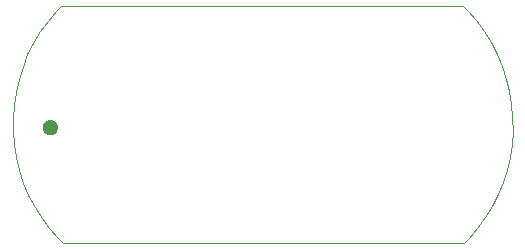
<source format=gbr>
%TF.GenerationSoftware,Altium Limited,Altium Designer,20.0.10 (225)*%
G04 Layer_Color=0*
%FSLAX26Y26*%
%MOIN*%
%TF.FileFunction,Profile,NP*%
%TF.Part,Single*%
G01*
G75*
%TA.AperFunction,Profile*%
%ADD12C,0.001000*%
G36*
X3530000Y1805000D02*
Y1800027D01*
X3533806Y1790839D01*
X3540839Y1783806D01*
X3550027Y1780000D01*
X3555000D01*
X3559973D01*
X3569161Y1783806D01*
X3576194Y1790839D01*
X3580000Y1800027D01*
Y1805000D01*
Y1809973D01*
X3576194Y1819161D01*
X3569161Y1826194D01*
X3559973Y1830000D01*
X3555000D01*
X3550027D01*
X3540839Y1826194D01*
X3533806Y1819161D01*
X3530000Y1809973D01*
Y1805000D01*
D01*
D02*
G37*
G36*
X3598307Y1421024D02*
D01*
D02*
G37*
D12*
X3450719Y1662058D02*
X3440169Y1704684D01*
X3432997Y1748007D01*
X3429245Y1791759D01*
X3428938Y1835671D01*
X3432077Y1879471D01*
X3438643Y1922890D01*
X3448595Y1965660D01*
X3461873Y2007517D01*
X3478393Y2048204D01*
X3498055Y2087469D01*
X3520737Y2125070D01*
X3546299Y2160776D01*
X3574584Y2194366D01*
X3590000Y2210000D01*
X4928583Y2210000D01*
X4928575D01*
X4944209Y2194583D01*
X4972961Y2161392D01*
X4999020Y2126048D01*
X5022226Y2088767D01*
X5042435Y2049781D01*
X5059523Y2009330D01*
X5073384Y1967662D01*
X5083934Y1925036D01*
X5091107Y1881713D01*
X5094858Y1837961D01*
X5095165Y1794049D01*
X5092026Y1750249D01*
X5085460Y1706830D01*
X5075508Y1664060D01*
X5062231Y1622202D01*
X5045710Y1581516D01*
X5026048Y1542251D01*
X5003367Y1504650D01*
X4977805Y1468944D01*
X4949520Y1435354D01*
X4934103Y1419720D01*
X3595528D01*
X3579894Y1435137D01*
X3551142Y1468328D01*
X3525083Y1503672D01*
X3501878Y1540953D01*
X3481669Y1579939D01*
X3464581Y1620390D01*
X3450719Y1662058D01*
%TF.MD5,35770ab34ad0bd013a1512864d1d6245*%
M02*

</source>
